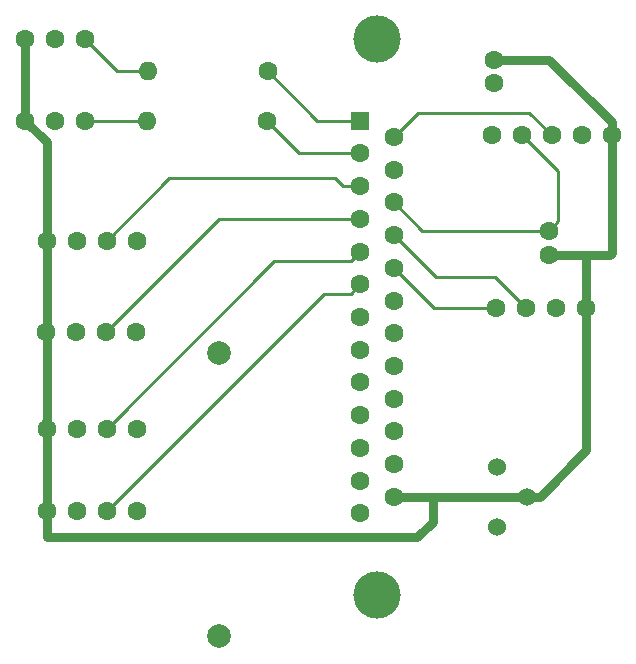
<source format=gbr>
G04 #@! TF.GenerationSoftware,KiCad,Pcbnew,(5.1.0)-1*
G04 #@! TF.CreationDate,2019-06-13T21:54:41+03:00*
G04 #@! TF.ProjectId,Eco-PCB-2,45636f2d-5043-4422-9d32-2e6b69636164,rev?*
G04 #@! TF.SameCoordinates,Original*
G04 #@! TF.FileFunction,Copper,L1,Top*
G04 #@! TF.FilePolarity,Positive*
%FSLAX46Y46*%
G04 Gerber Fmt 4.6, Leading zero omitted, Abs format (unit mm)*
G04 Created by KiCad (PCBNEW (5.1.0)-1) date 2019-06-13 21:54:41*
%MOMM*%
%LPD*%
G04 APERTURE LIST*
%ADD10R,1.600000X1.600000*%
%ADD11C,1.600000*%
%ADD12C,4.000000*%
%ADD13C,2.000000*%
%ADD14C,1.524000*%
%ADD15O,1.600000X1.600000*%
%ADD16C,0.762000*%
%ADD17C,0.250000*%
G04 APERTURE END LIST*
D10*
X117985400Y-104533800D03*
D11*
X117985400Y-107303800D03*
X117985400Y-110073800D03*
X117985400Y-112843800D03*
X117985400Y-115613800D03*
X117985400Y-118383800D03*
X117985400Y-121153800D03*
X117985400Y-123923800D03*
X117985400Y-126693800D03*
X117985400Y-129463800D03*
X117985400Y-132233800D03*
X117985400Y-135003800D03*
X117985400Y-137773800D03*
X120825400Y-105918800D03*
X120825400Y-108688800D03*
X120825400Y-111458800D03*
X120825400Y-114228800D03*
X120825400Y-116998800D03*
X120825400Y-119768800D03*
X120825400Y-122538800D03*
X120825400Y-125308800D03*
X120825400Y-128078800D03*
X120825400Y-130848800D03*
X120825400Y-133618800D03*
X120825400Y-136388800D03*
D12*
X119405400Y-144703800D03*
X119405400Y-97603800D03*
D11*
X129489200Y-120421400D03*
X132029200Y-120421400D03*
X134569200Y-120421400D03*
X137109200Y-120421400D03*
X133908800Y-113868200D03*
X133908800Y-115868200D03*
X129286000Y-99371400D03*
X129286000Y-101371400D03*
X91401900Y-114693700D03*
X93941900Y-114693700D03*
X96481900Y-114693700D03*
X99021900Y-114693700D03*
X91389200Y-122402600D03*
X93929200Y-122402600D03*
X96469200Y-122402600D03*
X99009200Y-122402600D03*
X99021900Y-130598200D03*
X96481900Y-130598200D03*
X93941900Y-130598200D03*
X91401900Y-130598200D03*
X91401900Y-137617200D03*
X93941900Y-137617200D03*
X96481900Y-137617200D03*
X99021900Y-137617200D03*
D13*
X106048800Y-148194800D03*
X106048800Y-124194800D03*
D14*
X129565400Y-133832600D03*
X129565400Y-138912600D03*
X132105400Y-136372600D03*
D11*
X89547700Y-97612200D03*
X92087700Y-97612200D03*
X94627700Y-97612200D03*
X94640400Y-104521000D03*
X92100400Y-104521000D03*
X89560400Y-104521000D03*
X110159800Y-100355400D03*
D15*
X99999800Y-100355400D03*
X99872800Y-104521000D03*
D11*
X110032800Y-104521000D03*
X139242800Y-105738400D03*
X136702800Y-105738400D03*
X134162800Y-105738400D03*
X131622800Y-105738400D03*
X129082800Y-105738400D03*
D16*
X132089200Y-136388800D02*
X132105400Y-136372600D01*
X124088200Y-136388800D02*
X132089200Y-136388800D01*
X120825400Y-136388800D02*
X124088200Y-136388800D01*
X91414600Y-106375200D02*
X89560400Y-104521000D01*
X137109200Y-121499030D02*
X137109200Y-120421400D01*
X137109200Y-132446430D02*
X137109200Y-121499030D01*
X133183030Y-136372600D02*
X137109200Y-132446430D01*
X132105400Y-136372600D02*
X133183030Y-136372600D01*
X137109200Y-120421400D02*
X137109200Y-115874800D01*
X137102600Y-115868200D02*
X133908800Y-115868200D01*
X137109200Y-115874800D02*
X137102600Y-115868200D01*
X137109200Y-115874800D02*
X139090400Y-115874800D01*
X139242800Y-115722400D02*
X139242800Y-105738400D01*
X139090400Y-115874800D02*
X139242800Y-115722400D01*
X130417370Y-99371400D02*
X129286000Y-99371400D01*
X133953430Y-99371400D02*
X130417370Y-99371400D01*
X139242800Y-104660770D02*
X133953430Y-99371400D01*
X139242800Y-105738400D02*
X139242800Y-104660770D01*
X91401900Y-106387900D02*
X91401900Y-114693700D01*
X91414600Y-106375200D02*
X91401900Y-106387900D01*
X91401900Y-122389900D02*
X91389200Y-122402600D01*
X91401900Y-114693700D02*
X91401900Y-122389900D01*
X91389200Y-130035300D02*
X91300300Y-130124200D01*
X91300300Y-137354600D02*
X91414600Y-137468900D01*
X91414600Y-139750800D02*
X91414600Y-137468900D01*
X122809000Y-139750800D02*
X91414600Y-139750800D01*
X124088200Y-136388800D02*
X124088200Y-138471600D01*
X124088200Y-138471600D02*
X122809000Y-139750800D01*
X91401900Y-137617200D02*
X91401900Y-130598200D01*
X91401900Y-122415300D02*
X91389200Y-122402600D01*
X91401900Y-130598200D02*
X91401900Y-122415300D01*
X89560400Y-97624900D02*
X89547700Y-97612200D01*
X89560400Y-104521000D02*
X89560400Y-97624900D01*
D17*
X117592200Y-110073800D02*
X117985400Y-110073800D01*
X116500000Y-110073800D02*
X117985400Y-110073800D01*
X115824000Y-109397800D02*
X116500000Y-110073800D01*
X101777800Y-109397800D02*
X96481900Y-114693700D01*
X115824000Y-109397800D02*
X101777800Y-109397800D01*
X106028000Y-112843800D02*
X96469200Y-122402600D01*
X117985400Y-112843800D02*
X106028000Y-112843800D01*
X110666301Y-116413799D02*
X96481900Y-130598200D01*
X117985400Y-115613800D02*
X117185401Y-116413799D01*
X117185401Y-116413799D02*
X110666301Y-116413799D01*
X97243899Y-136855201D02*
X96481900Y-137617200D01*
X114915301Y-119183799D02*
X97243899Y-136855201D01*
X117185401Y-119183799D02*
X114915301Y-119183799D01*
X117985400Y-118383800D02*
X117185401Y-119183799D01*
X132029200Y-120421400D02*
X129413000Y-117805200D01*
X124401800Y-117805200D02*
X120825400Y-114228800D01*
X129413000Y-117805200D02*
X124401800Y-117805200D01*
X114338200Y-104533800D02*
X117985400Y-104533800D01*
X110159800Y-100355400D02*
X114338200Y-104533800D01*
X112815600Y-107303800D02*
X117985400Y-107303800D01*
X110032800Y-104521000D02*
X112815600Y-107303800D01*
X121625399Y-105118801D02*
X120825400Y-105918800D01*
X122883600Y-103860600D02*
X121625399Y-105118801D01*
X132285000Y-103860600D02*
X122883600Y-103860600D01*
X134162800Y-105738400D02*
X132285000Y-103860600D01*
X123234800Y-113868200D02*
X133908800Y-113868200D01*
X120825400Y-111458800D02*
X123234800Y-113868200D01*
X132384799Y-106500399D02*
X131622800Y-105738400D01*
X134708799Y-108824399D02*
X132384799Y-106500399D01*
X134708799Y-113068201D02*
X134708799Y-108824399D01*
X133908800Y-113868200D02*
X134708799Y-113068201D01*
X97370900Y-100355400D02*
X94627700Y-97612200D01*
X99999800Y-100355400D02*
X97370900Y-100355400D01*
X94640400Y-104521000D02*
X99872800Y-104521000D01*
X124248000Y-120421400D02*
X120825400Y-116998800D01*
X129489200Y-120421400D02*
X124248000Y-120421400D01*
M02*

</source>
